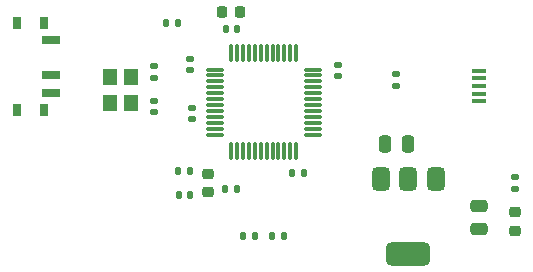
<source format=gbr>
%TF.GenerationSoftware,KiCad,Pcbnew,9.0.1*%
%TF.CreationDate,2025-04-26T12:53:08+02:00*%
%TF.ProjectId,stm32_board,73746d33-325f-4626-9f61-72642e6b6963,rev?*%
%TF.SameCoordinates,Original*%
%TF.FileFunction,Paste,Top*%
%TF.FilePolarity,Positive*%
%FSLAX46Y46*%
G04 Gerber Fmt 4.6, Leading zero omitted, Abs format (unit mm)*
G04 Created by KiCad (PCBNEW 9.0.1) date 2025-04-26 12:53:08*
%MOMM*%
%LPD*%
G01*
G04 APERTURE LIST*
G04 Aperture macros list*
%AMRoundRect*
0 Rectangle with rounded corners*
0 $1 Rounding radius*
0 $2 $3 $4 $5 $6 $7 $8 $9 X,Y pos of 4 corners*
0 Add a 4 corners polygon primitive as box body*
4,1,4,$2,$3,$4,$5,$6,$7,$8,$9,$2,$3,0*
0 Add four circle primitives for the rounded corners*
1,1,$1+$1,$2,$3*
1,1,$1+$1,$4,$5*
1,1,$1+$1,$6,$7*
1,1,$1+$1,$8,$9*
0 Add four rect primitives between the rounded corners*
20,1,$1+$1,$2,$3,$4,$5,0*
20,1,$1+$1,$4,$5,$6,$7,0*
20,1,$1+$1,$6,$7,$8,$9,0*
20,1,$1+$1,$8,$9,$2,$3,0*%
G04 Aperture macros list end*
%ADD10RoundRect,0.140000X-0.170000X0.140000X-0.170000X-0.140000X0.170000X-0.140000X0.170000X0.140000X0*%
%ADD11R,1.300000X0.450000*%
%ADD12RoundRect,0.140000X0.170000X-0.140000X0.170000X0.140000X-0.170000X0.140000X-0.170000X-0.140000X0*%
%ADD13RoundRect,0.218750X-0.256250X0.218750X-0.256250X-0.218750X0.256250X-0.218750X0.256250X0.218750X0*%
%ADD14RoundRect,0.135000X-0.185000X0.135000X-0.185000X-0.135000X0.185000X-0.135000X0.185000X0.135000X0*%
%ADD15RoundRect,0.140000X0.140000X0.170000X-0.140000X0.170000X-0.140000X-0.170000X0.140000X-0.170000X0*%
%ADD16RoundRect,0.075000X-0.662500X-0.075000X0.662500X-0.075000X0.662500X0.075000X-0.662500X0.075000X0*%
%ADD17RoundRect,0.075000X-0.075000X-0.662500X0.075000X-0.662500X0.075000X0.662500X-0.075000X0.662500X0*%
%ADD18RoundRect,0.135000X-0.135000X-0.185000X0.135000X-0.185000X0.135000X0.185000X-0.135000X0.185000X0*%
%ADD19RoundRect,0.135000X0.185000X-0.135000X0.185000X0.135000X-0.185000X0.135000X-0.185000X-0.135000X0*%
%ADD20RoundRect,0.225000X-0.225000X-0.250000X0.225000X-0.250000X0.225000X0.250000X-0.225000X0.250000X0*%
%ADD21RoundRect,0.250000X-0.250000X-0.475000X0.250000X-0.475000X0.250000X0.475000X-0.250000X0.475000X0*%
%ADD22RoundRect,0.140000X-0.140000X-0.170000X0.140000X-0.170000X0.140000X0.170000X-0.140000X0.170000X0*%
%ADD23RoundRect,0.375000X-0.375000X0.625000X-0.375000X-0.625000X0.375000X-0.625000X0.375000X0.625000X0*%
%ADD24RoundRect,0.500000X-1.400000X0.500000X-1.400000X-0.500000X1.400000X-0.500000X1.400000X0.500000X0*%
%ADD25R,0.800000X1.000000*%
%ADD26R,1.500000X0.700000*%
%ADD27R,1.200000X1.400000*%
%ADD28RoundRect,0.135000X0.135000X0.185000X-0.135000X0.185000X-0.135000X-0.185000X0.135000X-0.185000X0*%
%ADD29RoundRect,0.250000X0.475000X-0.250000X0.475000X0.250000X-0.475000X0.250000X-0.475000X-0.250000X0*%
G04 APERTURE END LIST*
D10*
%TO.C,C2*%
X125000000Y-59000000D03*
X125000000Y-59960000D03*
%TD*%
D11*
%TO.C,USB*%
X137000000Y-62100000D03*
X137000000Y-61450000D03*
X137000000Y-60800000D03*
X137000000Y-60150000D03*
X137000000Y-59500000D03*
%TD*%
D12*
%TO.C,C5*%
X112650000Y-63635000D03*
X112650000Y-62675000D03*
%TD*%
D13*
%TO.C,FB1*%
X114000000Y-68212500D03*
X114000000Y-69787500D03*
%TD*%
D14*
%TO.C,R2*%
X129980000Y-59750000D03*
X129980000Y-60770000D03*
%TD*%
D15*
%TO.C,C3*%
X122140000Y-68170000D03*
X121180000Y-68170000D03*
%TD*%
D16*
%TO.C,U1*%
X114587500Y-59412500D03*
X114587500Y-59912500D03*
X114587500Y-60412500D03*
X114587500Y-60912500D03*
X114587500Y-61412500D03*
X114587500Y-61912500D03*
X114587500Y-62412500D03*
X114587500Y-62912500D03*
X114587500Y-63412500D03*
X114587500Y-63912500D03*
X114587500Y-64412500D03*
X114587500Y-64912500D03*
D17*
X116000000Y-66325000D03*
X116500000Y-66325000D03*
X117000000Y-66325000D03*
X117500000Y-66325000D03*
X118000000Y-66325000D03*
X118500000Y-66325000D03*
X119000000Y-66325000D03*
X119500000Y-66325000D03*
X120000000Y-66325000D03*
X120500000Y-66325000D03*
X121000000Y-66325000D03*
X121500000Y-66325000D03*
D16*
X122912500Y-64912500D03*
X122912500Y-64412500D03*
X122912500Y-63912500D03*
X122912500Y-63412500D03*
X122912500Y-62912500D03*
X122912500Y-62412500D03*
X122912500Y-61912500D03*
X122912500Y-61412500D03*
X122912500Y-60912500D03*
X122912500Y-60412500D03*
X122912500Y-59912500D03*
X122912500Y-59412500D03*
D17*
X121500000Y-58000000D03*
X121000000Y-58000000D03*
X120500000Y-58000000D03*
X120000000Y-58000000D03*
X119500000Y-58000000D03*
X119000000Y-58000000D03*
X118500000Y-58000000D03*
X118000000Y-58000000D03*
X117500000Y-58000000D03*
X117000000Y-58000000D03*
X116500000Y-58000000D03*
X116000000Y-58000000D03*
%TD*%
D18*
%TO.C,R5*%
X119480000Y-73500000D03*
X120500000Y-73500000D03*
%TD*%
%TO.C,R1*%
X110500000Y-55500000D03*
X111520000Y-55500000D03*
%TD*%
D19*
%TO.C,R3*%
X140000000Y-69500000D03*
X140000000Y-68480000D03*
%TD*%
D20*
%TO.C,C4*%
X115225000Y-54500000D03*
X116775000Y-54500000D03*
%TD*%
D15*
%TO.C,C7*%
X112500000Y-70000000D03*
X111540000Y-70000000D03*
%TD*%
%TO.C,C6*%
X112480000Y-68000000D03*
X111520000Y-68000000D03*
%TD*%
D21*
%TO.C,C11*%
X129050000Y-65700000D03*
X130950000Y-65700000D03*
%TD*%
D22*
%TO.C,C1*%
X115540000Y-56000000D03*
X116500000Y-56000000D03*
%TD*%
D12*
%TO.C,C13*%
X112500000Y-59460000D03*
X112500000Y-58500000D03*
%TD*%
D13*
%TO.C,D1*%
X140000000Y-71500000D03*
X140000000Y-73075000D03*
%TD*%
D23*
%TO.C,U2*%
X133300000Y-68700000D03*
X131000000Y-68700000D03*
D24*
X131000000Y-75000000D03*
D23*
X128700000Y-68700000D03*
%TD*%
D25*
%TO.C,BOOT*%
X100110000Y-55500000D03*
X97900000Y-55500000D03*
X100110000Y-62800000D03*
X97900000Y-62800000D03*
D26*
X100760000Y-56900000D03*
X100760000Y-59900000D03*
X100760000Y-61400000D03*
%TD*%
D27*
%TO.C,Y1*%
X105780000Y-60020000D03*
X105780000Y-62220000D03*
X107480000Y-62220000D03*
X107480000Y-60020000D03*
%TD*%
D28*
%TO.C,R4*%
X118010000Y-73500000D03*
X116990000Y-73500000D03*
%TD*%
D29*
%TO.C,C12*%
X137000000Y-72900000D03*
X137000000Y-71000000D03*
%TD*%
D12*
%TO.C,C9*%
X109480000Y-60110000D03*
X109480000Y-59150000D03*
%TD*%
%TO.C,C10*%
X109500000Y-63000000D03*
X109500000Y-62040000D03*
%TD*%
D22*
%TO.C,C8*%
X115500000Y-69500000D03*
X116460000Y-69500000D03*
%TD*%
M02*

</source>
